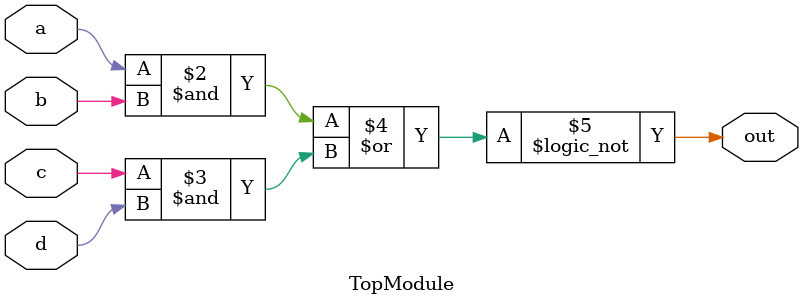
<source format=sv>

module TopModule (
  input a,
  input b,
  input c,
  input d,
  output reg out
);
always @(*) begin
    out = !((a & b) | (c & d));
end
endmodule

</source>
